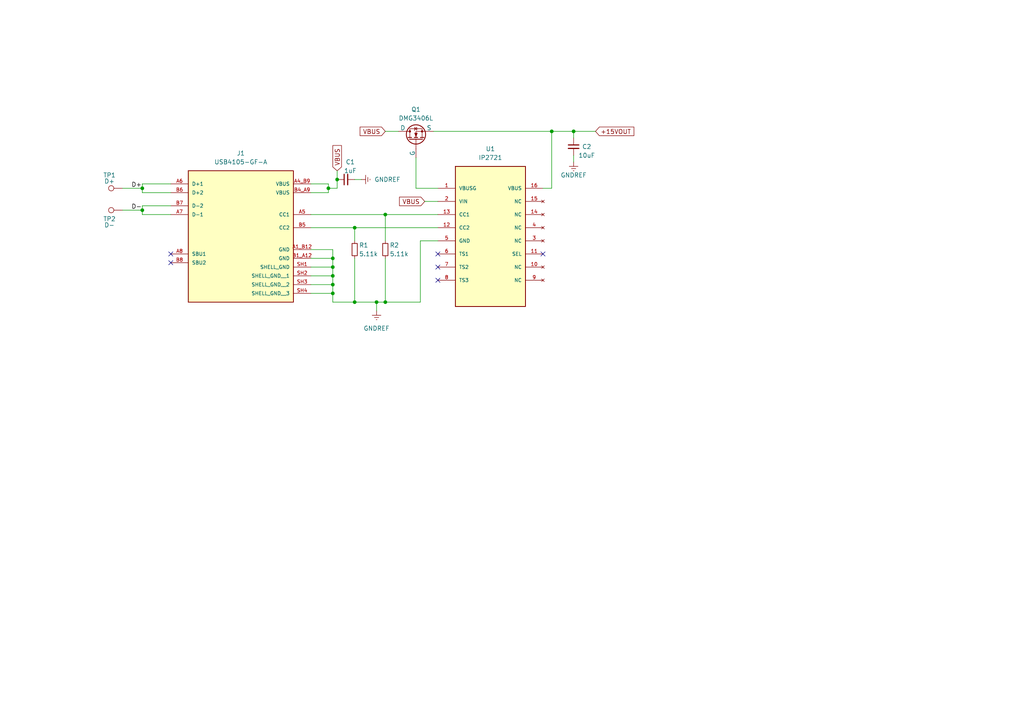
<source format=kicad_sch>
(kicad_sch (version 20230121) (generator eeschema)

  (uuid 7657178b-3904-4d22-8beb-b6f6ab5b9194)

  (paper "A4")

  (lib_symbols
    (symbol "74LVC163PW_TSSOP16:74LVC163PW_TSSOP16" (pin_names (offset 1.016)) (in_bom yes) (on_board yes)
      (property "Reference" "U1" (at 0 25.4 0)
        (effects (font (size 1.27 1.27)))
      )
      (property "Value" "IP2721" (at 0 22.86 0)
        (effects (font (size 1.27 1.27)))
      )
      (property "Footprint" "74LVC163PW_TSSOP16:SOP65P640X110-16N" (at 0 0 0)
        (effects (font (size 1.27 1.27)) (justify bottom) hide)
      )
      (property "Datasheet" "" (at 0 0 0)
        (effects (font (size 1.27 1.27)) hide)
      )
      (property "MF" "NXP Semiconductors" (at 0 0 0)
        (effects (font (size 1.27 1.27)) (justify bottom) hide)
      )
      (property "MAXIMUM_PACKAGE_HEIGHT" "1.1mm" (at 0 0 0)
        (effects (font (size 1.27 1.27)) (justify bottom) hide)
      )
      (property "Package" "TSSOP-16 NXP Semiconductors" (at 0 0 0)
        (effects (font (size 1.27 1.27)) (justify bottom) hide)
      )
      (property "Price" "None" (at 0 0 0)
        (effects (font (size 1.27 1.27)) (justify bottom) hide)
      )
      (property "Check_prices" "https://www.snapeda.com/parts/74LVC163PW/TSSOP16/NXP+Semiconductors/view-part/?ref=eda" (at 0 0 0)
        (effects (font (size 1.27 1.27)) (justify bottom) hide)
      )
      (property "STANDARD" "IPC 7351B" (at 0 0 0)
        (effects (font (size 1.27 1.27)) (justify bottom) hide)
      )
      (property "PARTREV" "6 - 20 November 2012" (at 0 0 0)
        (effects (font (size 1.27 1.27)) (justify bottom) hide)
      )
      (property "SnapEDA_Link" "https://www.snapeda.com/parts/74LVC163PW/TSSOP16/NXP+Semiconductors/view-part/?ref=snap" (at 0 0 0)
        (effects (font (size 1.27 1.27)) (justify bottom) hide)
      )
      (property "MP" "74LVC163PW/TSSOP16" (at 0 0 0)
        (effects (font (size 1.27 1.27)) (justify bottom) hide)
      )
      (property "Description" "\nIc, Logic, 4 Bit Binary Counter, Tssop16\n" (at 0 0 0)
        (effects (font (size 1.27 1.27)) (justify bottom) hide)
      )
      (property "Availability" "Not in stock" (at 0 0 0)
        (effects (font (size 1.27 1.27)) (justify bottom) hide)
      )
      (property "MANUFACTURER" "NXP" (at 0 0 0)
        (effects (font (size 1.27 1.27)) (justify bottom) hide)
      )
      (symbol "74LVC163PW_TSSOP16_0_0"
        (rectangle (start -10.16 -20.32) (end 10.16 20.32)
          (stroke (width 0.254) (type default))
          (fill (type background))
        )
      )
      (symbol "74LVC163PW_TSSOP16_1_0"
        (pin output line (at -15.24 13.97 0) (length 5.08)
          (name "VBUSG" (effects (font (size 1.016 1.016))))
          (number "1" (effects (font (size 1.016 1.016))))
        )
        (pin no_connect line (at 15.24 -8.89 180) (length 5.08)
          (name "NC" (effects (font (size 1.016 1.016))))
          (number "10" (effects (font (size 1.016 1.016))))
        )
        (pin input line (at 15.24 -5.08 180) (length 5.08)
          (name "SEL" (effects (font (size 1.016 1.016))))
          (number "11" (effects (font (size 1.016 1.016))))
        )
        (pin output line (at -15.24 2.54 0) (length 5.08)
          (name "CC2" (effects (font (size 1.016 1.016))))
          (number "12" (effects (font (size 1.016 1.016))))
        )
        (pin output line (at -15.24 6.35 0) (length 5.08)
          (name "CC1" (effects (font (size 1.016 1.016))))
          (number "13" (effects (font (size 1.016 1.016))))
        )
        (pin no_connect line (at 15.24 6.35 180) (length 5.08)
          (name "NC" (effects (font (size 1.016 1.016))))
          (number "14" (effects (font (size 1.016 1.016))))
        )
        (pin no_connect line (at 15.24 10.16 180) (length 5.08)
          (name "NC" (effects (font (size 1.016 1.016))))
          (number "15" (effects (font (size 1.016 1.016))))
        )
        (pin power_out line (at 15.24 13.97 180) (length 5.08)
          (name "VBUS" (effects (font (size 1.016 1.016))))
          (number "16" (effects (font (size 1.016 1.016))))
        )
        (pin power_in line (at -15.24 10.16 0) (length 5.08)
          (name "VIN" (effects (font (size 1.016 1.016))))
          (number "2" (effects (font (size 1.016 1.016))))
        )
        (pin no_connect line (at 15.24 -1.27 180) (length 5.08)
          (name "NC" (effects (font (size 1.016 1.016))))
          (number "3" (effects (font (size 1.016 1.016))))
        )
        (pin no_connect line (at 15.24 2.54 180) (length 5.08)
          (name "NC" (effects (font (size 1.016 1.016))))
          (number "4" (effects (font (size 1.016 1.016))))
        )
        (pin power_in line (at -15.24 -1.27 0) (length 5.08)
          (name "GND" (effects (font (size 1.016 1.016))))
          (number "5" (effects (font (size 1.016 1.016))))
        )
        (pin input line (at -15.24 -5.08 0) (length 5.08)
          (name "TS1" (effects (font (size 1.016 1.016))))
          (number "6" (effects (font (size 1.016 1.016))))
        )
        (pin input line (at -15.24 -8.89 0) (length 5.08)
          (name "TS2" (effects (font (size 1.016 1.016))))
          (number "7" (effects (font (size 1.016 1.016))))
        )
        (pin input line (at -15.24 -12.7 0) (length 5.08)
          (name "TS3" (effects (font (size 1.016 1.016))))
          (number "8" (effects (font (size 1.016 1.016))))
        )
        (pin no_connect line (at 15.24 -12.7 180) (length 5.08)
          (name "NC" (effects (font (size 1.016 1.016))))
          (number "9" (effects (font (size 1.016 1.016))))
        )
      )
    )
    (symbol "Connector:TestPoint" (pin_numbers hide) (pin_names (offset 0.762) hide) (in_bom yes) (on_board yes)
      (property "Reference" "TP" (at 0 6.858 0)
        (effects (font (size 1.27 1.27)))
      )
      (property "Value" "TestPoint" (at 0 5.08 0)
        (effects (font (size 1.27 1.27)))
      )
      (property "Footprint" "" (at 5.08 0 0)
        (effects (font (size 1.27 1.27)) hide)
      )
      (property "Datasheet" "~" (at 5.08 0 0)
        (effects (font (size 1.27 1.27)) hide)
      )
      (property "ki_keywords" "test point tp" (at 0 0 0)
        (effects (font (size 1.27 1.27)) hide)
      )
      (property "ki_description" "test point" (at 0 0 0)
        (effects (font (size 1.27 1.27)) hide)
      )
      (property "ki_fp_filters" "Pin* Test*" (at 0 0 0)
        (effects (font (size 1.27 1.27)) hide)
      )
      (symbol "TestPoint_0_1"
        (circle (center 0 3.302) (radius 0.762)
          (stroke (width 0) (type default))
          (fill (type none))
        )
      )
      (symbol "TestPoint_1_1"
        (pin passive line (at 0 0 90) (length 2.54)
          (name "1" (effects (font (size 1.27 1.27))))
          (number "1" (effects (font (size 1.27 1.27))))
        )
      )
    )
    (symbol "Device:C_Small" (pin_numbers hide) (pin_names (offset 0.254) hide) (in_bom yes) (on_board yes)
      (property "Reference" "C" (at 0.254 1.778 0)
        (effects (font (size 1.27 1.27)) (justify left))
      )
      (property "Value" "C_Small" (at 0.254 -2.032 0)
        (effects (font (size 1.27 1.27)) (justify left))
      )
      (property "Footprint" "" (at 0 0 0)
        (effects (font (size 1.27 1.27)) hide)
      )
      (property "Datasheet" "~" (at 0 0 0)
        (effects (font (size 1.27 1.27)) hide)
      )
      (property "ki_keywords" "capacitor cap" (at 0 0 0)
        (effects (font (size 1.27 1.27)) hide)
      )
      (property "ki_description" "Unpolarized capacitor, small symbol" (at 0 0 0)
        (effects (font (size 1.27 1.27)) hide)
      )
      (property "ki_fp_filters" "C_*" (at 0 0 0)
        (effects (font (size 1.27 1.27)) hide)
      )
      (symbol "C_Small_0_1"
        (polyline
          (pts
            (xy -1.524 -0.508)
            (xy 1.524 -0.508)
          )
          (stroke (width 0.3302) (type default))
          (fill (type none))
        )
        (polyline
          (pts
            (xy -1.524 0.508)
            (xy 1.524 0.508)
          )
          (stroke (width 0.3048) (type default))
          (fill (type none))
        )
      )
      (symbol "C_Small_1_1"
        (pin passive line (at 0 2.54 270) (length 2.032)
          (name "~" (effects (font (size 1.27 1.27))))
          (number "1" (effects (font (size 1.27 1.27))))
        )
        (pin passive line (at 0 -2.54 90) (length 2.032)
          (name "~" (effects (font (size 1.27 1.27))))
          (number "2" (effects (font (size 1.27 1.27))))
        )
      )
    )
    (symbol "Device:R_Small" (pin_numbers hide) (pin_names (offset 0.254) hide) (in_bom yes) (on_board yes)
      (property "Reference" "R" (at 0.762 0.508 0)
        (effects (font (size 1.27 1.27)) (justify left))
      )
      (property "Value" "R_Small" (at 0.762 -1.016 0)
        (effects (font (size 1.27 1.27)) (justify left))
      )
      (property "Footprint" "" (at 0 0 0)
        (effects (font (size 1.27 1.27)) hide)
      )
      (property "Datasheet" "~" (at 0 0 0)
        (effects (font (size 1.27 1.27)) hide)
      )
      (property "ki_keywords" "R resistor" (at 0 0 0)
        (effects (font (size 1.27 1.27)) hide)
      )
      (property "ki_description" "Resistor, small symbol" (at 0 0 0)
        (effects (font (size 1.27 1.27)) hide)
      )
      (property "ki_fp_filters" "R_*" (at 0 0 0)
        (effects (font (size 1.27 1.27)) hide)
      )
      (symbol "R_Small_0_1"
        (rectangle (start -0.762 1.778) (end 0.762 -1.778)
          (stroke (width 0.2032) (type default))
          (fill (type none))
        )
      )
      (symbol "R_Small_1_1"
        (pin passive line (at 0 2.54 270) (length 0.762)
          (name "~" (effects (font (size 1.27 1.27))))
          (number "1" (effects (font (size 1.27 1.27))))
        )
        (pin passive line (at 0 -2.54 90) (length 0.762)
          (name "~" (effects (font (size 1.27 1.27))))
          (number "2" (effects (font (size 1.27 1.27))))
        )
      )
    )
    (symbol "Simulation_SPICE:NMOS" (pin_numbers hide) (pin_names (offset 0)) (in_bom yes) (on_board yes)
      (property "Reference" "Q" (at 5.08 1.27 0)
        (effects (font (size 1.27 1.27)) (justify left))
      )
      (property "Value" "NMOS" (at 5.08 -1.27 0)
        (effects (font (size 1.27 1.27)) (justify left))
      )
      (property "Footprint" "" (at 5.08 2.54 0)
        (effects (font (size 1.27 1.27)) hide)
      )
      (property "Datasheet" "https://ngspice.sourceforge.io/docs/ngspice-manual.pdf" (at 0 -12.7 0)
        (effects (font (size 1.27 1.27)) hide)
      )
      (property "Sim.Device" "NMOS" (at 0 -17.145 0)
        (effects (font (size 1.27 1.27)) hide)
      )
      (property "Sim.Type" "VDMOS" (at 0 -19.05 0)
        (effects (font (size 1.27 1.27)) hide)
      )
      (property "Sim.Pins" "1=D 2=G 3=S" (at 0 -15.24 0)
        (effects (font (size 1.27 1.27)) hide)
      )
      (property "ki_keywords" "transistor NMOS N-MOS N-MOSFET simulation" (at 0 0 0)
        (effects (font (size 1.27 1.27)) hide)
      )
      (property "ki_description" "N-MOSFET transistor, drain/source/gate" (at 0 0 0)
        (effects (font (size 1.27 1.27)) hide)
      )
      (symbol "NMOS_0_1"
        (polyline
          (pts
            (xy 0.254 0)
            (xy -2.54 0)
          )
          (stroke (width 0) (type default))
          (fill (type none))
        )
        (polyline
          (pts
            (xy 0.254 1.905)
            (xy 0.254 -1.905)
          )
          (stroke (width 0.254) (type default))
          (fill (type none))
        )
        (polyline
          (pts
            (xy 0.762 -1.27)
            (xy 0.762 -2.286)
          )
          (stroke (width 0.254) (type default))
          (fill (type none))
        )
        (polyline
          (pts
            (xy 0.762 0.508)
            (xy 0.762 -0.508)
          )
          (stroke (width 0.254) (type default))
          (fill (type none))
        )
        (polyline
          (pts
            (xy 0.762 2.286)
            (xy 0.762 1.27)
          )
          (stroke (width 0.254) (type default))
          (fill (type none))
        )
        (polyline
          (pts
            (xy 2.54 2.54)
            (xy 2.54 1.778)
          )
          (stroke (width 0) (type default))
          (fill (type none))
        )
        (polyline
          (pts
            (xy 2.54 -2.54)
            (xy 2.54 0)
            (xy 0.762 0)
          )
          (stroke (width 0) (type default))
          (fill (type none))
        )
        (polyline
          (pts
            (xy 0.762 -1.778)
            (xy 3.302 -1.778)
            (xy 3.302 1.778)
            (xy 0.762 1.778)
          )
          (stroke (width 0) (type default))
          (fill (type none))
        )
        (polyline
          (pts
            (xy 1.016 0)
            (xy 2.032 0.381)
            (xy 2.032 -0.381)
            (xy 1.016 0)
          )
          (stroke (width 0) (type default))
          (fill (type outline))
        )
        (polyline
          (pts
            (xy 2.794 0.508)
            (xy 2.921 0.381)
            (xy 3.683 0.381)
            (xy 3.81 0.254)
          )
          (stroke (width 0) (type default))
          (fill (type none))
        )
        (polyline
          (pts
            (xy 3.302 0.381)
            (xy 2.921 -0.254)
            (xy 3.683 -0.254)
            (xy 3.302 0.381)
          )
          (stroke (width 0) (type default))
          (fill (type none))
        )
        (circle (center 1.651 0) (radius 2.794)
          (stroke (width 0.254) (type default))
          (fill (type none))
        )
        (circle (center 2.54 -1.778) (radius 0.254)
          (stroke (width 0) (type default))
          (fill (type outline))
        )
        (circle (center 2.54 1.778) (radius 0.254)
          (stroke (width 0) (type default))
          (fill (type outline))
        )
      )
      (symbol "NMOS_1_1"
        (pin passive line (at 2.54 5.08 270) (length 2.54)
          (name "D" (effects (font (size 1.27 1.27))))
          (number "1" (effects (font (size 1.27 1.27))))
        )
        (pin input line (at -5.08 0 0) (length 2.54)
          (name "G" (effects (font (size 1.27 1.27))))
          (number "2" (effects (font (size 1.27 1.27))))
        )
        (pin passive line (at 2.54 -5.08 90) (length 2.54)
          (name "S" (effects (font (size 1.27 1.27))))
          (number "3" (effects (font (size 1.27 1.27))))
        )
      )
    )
    (symbol "USB4105-GF-A:USB4105-GF-A" (pin_names (offset 1.016)) (in_bom yes) (on_board yes)
      (property "Reference" "J1" (at 0 17.78 0)
        (effects (font (size 1.27 1.27)))
      )
      (property "Value" "USB4105-GF-A" (at 0 15.24 0)
        (effects (font (size 1.27 1.27)))
      )
      (property "Footprint" "USB4105-GF-A:GCT_USB4105-GF-A" (at 0 0 0)
        (effects (font (size 1.27 1.27)) (justify bottom) hide)
      )
      (property "Datasheet" "" (at 0 0 0)
        (effects (font (size 1.27 1.27)) hide)
      )
      (property "PARTREV" "B3" (at 0 0 0)
        (effects (font (size 1.27 1.27)) (justify bottom) hide)
      )
      (property "MANUFACTURER" "Global Connector Technology" (at 0 0 0)
        (effects (font (size 1.27 1.27)) (justify bottom) hide)
      )
      (property "MAXIMUM_PACKAGE_HEIGHT" "3.31mm" (at 0 0 0)
        (effects (font (size 1.27 1.27)) (justify bottom) hide)
      )
      (property "STANDARD" "Manufacturer Recommendations" (at 0 0 0)
        (effects (font (size 1.27 1.27)) (justify bottom) hide)
      )
      (symbol "USB4105-GF-A_0_0"
        (rectangle (start -15.24 -25.4) (end 15.24 12.7)
          (stroke (width 0.254) (type default))
          (fill (type background))
        )
        (pin power_in line (at 20.32 -10.16 180) (length 5.08)
          (name "GND" (effects (font (size 1.016 1.016))))
          (number "A1_B12" (effects (font (size 1.016 1.016))))
        )
        (pin power_in line (at 20.32 8.89 180) (length 5.08)
          (name "VBUS" (effects (font (size 1.016 1.016))))
          (number "A4_B9" (effects (font (size 1.016 1.016))))
        )
        (pin bidirectional line (at 20.32 0 180) (length 5.08)
          (name "CC1" (effects (font (size 1.016 1.016))))
          (number "A5" (effects (font (size 1.016 1.016))))
        )
        (pin bidirectional line (at -20.32 -11.43 0) (length 5.08)
          (name "SBU1" (effects (font (size 1.016 1.016))))
          (number "A8" (effects (font (size 1.016 1.016))))
        )
        (pin bidirectional line (at 20.32 -3.81 180) (length 5.08)
          (name "CC2" (effects (font (size 1.016 1.016))))
          (number "B5" (effects (font (size 1.016 1.016))))
        )
        (pin bidirectional line (at -20.32 -13.97 0) (length 5.08)
          (name "SBU2" (effects (font (size 1.016 1.016))))
          (number "B8" (effects (font (size 1.016 1.016))))
        )
        (pin power_in line (at 20.32 -15.24 180) (length 5.08)
          (name "SHELL_GND" (effects (font (size 1.016 1.016))))
          (number "SH1" (effects (font (size 1.016 1.016))))
        )
        (pin power_in line (at 20.32 -17.78 180) (length 5.08)
          (name "SHELL_GND__1" (effects (font (size 1.016 1.016))))
          (number "SH2" (effects (font (size 1.016 1.016))))
        )
        (pin power_in line (at 20.32 -20.32 180) (length 5.08)
          (name "SHELL_GND__2" (effects (font (size 1.016 1.016))))
          (number "SH3" (effects (font (size 1.016 1.016))))
        )
        (pin power_in line (at 20.32 -22.86 180) (length 5.08)
          (name "SHELL_GND__3" (effects (font (size 1.016 1.016))))
          (number "SH4" (effects (font (size 1.016 1.016))))
        )
      )
      (symbol "USB4105-GF-A_1_0"
        (pin bidirectional line (at -20.32 8.89 0) (length 5.08)
          (name "D+1" (effects (font (size 1.016 1.016))))
          (number "A6" (effects (font (size 1.016 1.016))))
        )
        (pin bidirectional line (at -20.32 0 0) (length 5.08)
          (name "D-1" (effects (font (size 1.016 1.016))))
          (number "A7" (effects (font (size 1.016 1.016))))
        )
        (pin power_in line (at 20.32 -12.7 180) (length 5.08)
          (name "GND" (effects (font (size 1.016 1.016))))
          (number "B1_A12" (effects (font (size 1.016 1.016))))
        )
        (pin power_in line (at 20.32 6.35 180) (length 5.08)
          (name "VBUS" (effects (font (size 1.016 1.016))))
          (number "B4_A9" (effects (font (size 1.016 1.016))))
        )
        (pin bidirectional line (at -20.32 6.35 0) (length 5.08)
          (name "D+2" (effects (font (size 1.016 1.016))))
          (number "B6" (effects (font (size 1.016 1.016))))
        )
        (pin bidirectional line (at -20.32 2.54 0) (length 5.08)
          (name "D-2" (effects (font (size 1.016 1.016))))
          (number "B7" (effects (font (size 1.016 1.016))))
        )
      )
    )
    (symbol "power:GNDREF" (power) (pin_names (offset 0)) (in_bom yes) (on_board yes)
      (property "Reference" "#PWR" (at 0 -6.35 0)
        (effects (font (size 1.27 1.27)) hide)
      )
      (property "Value" "GNDREF" (at 0 -3.81 0)
        (effects (font (size 1.27 1.27)))
      )
      (property "Footprint" "" (at 0 0 0)
        (effects (font (size 1.27 1.27)) hide)
      )
      (property "Datasheet" "" (at 0 0 0)
        (effects (font (size 1.27 1.27)) hide)
      )
      (property "ki_keywords" "global power" (at 0 0 0)
        (effects (font (size 1.27 1.27)) hide)
      )
      (property "ki_description" "Power symbol creates a global label with name \"GNDREF\" , reference supply ground" (at 0 0 0)
        (effects (font (size 1.27 1.27)) hide)
      )
      (symbol "GNDREF_0_1"
        (polyline
          (pts
            (xy -0.635 -1.905)
            (xy 0.635 -1.905)
          )
          (stroke (width 0) (type default))
          (fill (type none))
        )
        (polyline
          (pts
            (xy -0.127 -2.54)
            (xy 0.127 -2.54)
          )
          (stroke (width 0) (type default))
          (fill (type none))
        )
        (polyline
          (pts
            (xy 0 -1.27)
            (xy 0 0)
          )
          (stroke (width 0) (type default))
          (fill (type none))
        )
        (polyline
          (pts
            (xy 1.27 -1.27)
            (xy -1.27 -1.27)
          )
          (stroke (width 0) (type default))
          (fill (type none))
        )
      )
      (symbol "GNDREF_1_1"
        (pin power_in line (at 0 0 270) (length 0) hide
          (name "GNDREF" (effects (font (size 1.27 1.27))))
          (number "1" (effects (font (size 1.27 1.27))))
        )
      )
    )
  )

  (junction (at 41.275 60.96) (diameter 0) (color 0 0 0 0)
    (uuid 0bda2034-656d-4435-84d3-4f6901eb2416)
  )
  (junction (at 102.87 87.63) (diameter 0) (color 0 0 0 0)
    (uuid 37215e61-c412-435c-9db4-124c06d82701)
  )
  (junction (at 96.52 85.09) (diameter 0) (color 0 0 0 0)
    (uuid 589b4707-70ea-4e75-9e83-3f642ba63b38)
  )
  (junction (at 166.37 38.1) (diameter 0) (color 0 0 0 0)
    (uuid 75bcc174-0c08-4463-a17a-9e56ff3fa9ee)
  )
  (junction (at 111.76 87.63) (diameter 0) (color 0 0 0 0)
    (uuid 7bf99b46-d8af-4219-8157-09a729f28049)
  )
  (junction (at 96.52 77.47) (diameter 0) (color 0 0 0 0)
    (uuid 83661a00-019c-443a-b5e7-1e69de93445a)
  )
  (junction (at 41.275 54.61) (diameter 0) (color 0 0 0 0)
    (uuid 8efa84b0-9ae7-42a4-8fee-2bc28a99bf4c)
  )
  (junction (at 95.25 54.61) (diameter 0) (color 0 0 0 0)
    (uuid 8fa34b11-50e6-487d-93cc-f14ad3103739)
  )
  (junction (at 102.87 66.04) (diameter 0) (color 0 0 0 0)
    (uuid 9c2cc163-6dc8-4dd1-90e7-857b0517ed17)
  )
  (junction (at 96.52 80.01) (diameter 0) (color 0 0 0 0)
    (uuid a5c70a8b-ad35-4a72-8e59-555d6598530d)
  )
  (junction (at 97.79 52.07) (diameter 0) (color 0 0 0 0)
    (uuid c9933d7d-2b29-49ff-b1e4-fcc1667d256a)
  )
  (junction (at 96.52 82.55) (diameter 0) (color 0 0 0 0)
    (uuid ceb7f309-3b4b-4410-8f42-a6188e0b5ef8)
  )
  (junction (at 109.22 87.63) (diameter 0) (color 0 0 0 0)
    (uuid d621a12f-fd3b-4970-ad5b-99f00c9656ef)
  )
  (junction (at 111.76 62.23) (diameter 0) (color 0 0 0 0)
    (uuid dba10243-5e78-4dd4-b694-5f98b8b4acbf)
  )
  (junction (at 160.02 38.1) (diameter 0) (color 0 0 0 0)
    (uuid dcf75317-8b7b-477d-875d-0672a49d5812)
  )
  (junction (at 96.52 74.93) (diameter 0) (color 0 0 0 0)
    (uuid e5d3fb05-d1e2-422b-bcf2-5d345e3380f2)
  )

  (no_connect (at 127 77.47) (uuid 14c93844-938b-4b3d-855c-91b64f84e4c6))
  (no_connect (at 49.53 73.66) (uuid 32005947-a9ef-46bc-954d-c1a31abed618))
  (no_connect (at 49.53 76.2) (uuid 5530a5b6-5c20-4598-8429-4425fe963098))
  (no_connect (at 157.48 73.66) (uuid 752be987-d71c-4f8a-83c7-23cb3c8eaf29))
  (no_connect (at 127 73.66) (uuid 7834dbfd-3496-4826-8f8b-cc648c4a2215))
  (no_connect (at 127 81.28) (uuid f91a8d02-6008-45a3-b267-6be6e3451ad3))

  (wire (pts (xy 90.17 66.04) (xy 102.87 66.04))
    (stroke (width 0) (type default))
    (uuid 0cd53ca6-79da-4f52-92d5-2a4ba906e986)
  )
  (wire (pts (xy 96.52 82.55) (xy 96.52 85.09))
    (stroke (width 0) (type default))
    (uuid 0f337e4d-405a-4075-9558-9398ad63a29d)
  )
  (wire (pts (xy 160.02 38.1) (xy 166.37 38.1))
    (stroke (width 0) (type default))
    (uuid 133ae032-02b9-4b52-8590-d42efecc9de8)
  )
  (wire (pts (xy 123.19 58.42) (xy 127 58.42))
    (stroke (width 0) (type default))
    (uuid 1fdca84d-e9f7-441d-943e-fc77e2a4b54b)
  )
  (wire (pts (xy 166.37 38.1) (xy 166.37 40.005))
    (stroke (width 0) (type default))
    (uuid 251cc10a-695d-4a73-b11c-efa21c466981)
  )
  (wire (pts (xy 111.76 38.1) (xy 115.57 38.1))
    (stroke (width 0) (type default))
    (uuid 295e09c2-be5d-43ca-adbb-3870be18bea9)
  )
  (wire (pts (xy 90.17 72.39) (xy 96.52 72.39))
    (stroke (width 0) (type default))
    (uuid 34a6c14c-c0b9-4ce6-8eaa-d4d1695e0ba5)
  )
  (wire (pts (xy 41.275 54.61) (xy 41.275 53.34))
    (stroke (width 0) (type default))
    (uuid 3e5a04ae-85d4-442d-8861-f7ec86d64646)
  )
  (wire (pts (xy 125.73 38.1) (xy 160.02 38.1))
    (stroke (width 0) (type default))
    (uuid 417ee3a3-f0e0-4d30-91ab-af5c1825e976)
  )
  (wire (pts (xy 121.92 69.85) (xy 121.92 87.63))
    (stroke (width 0) (type default))
    (uuid 4a2ea173-079b-43b1-b388-e0ad5949575b)
  )
  (wire (pts (xy 90.17 55.88) (xy 95.25 55.88))
    (stroke (width 0) (type default))
    (uuid 4fe12ce9-f355-4ead-b2c6-9b9b65b0a165)
  )
  (wire (pts (xy 120.65 45.72) (xy 120.65 54.61))
    (stroke (width 0) (type default))
    (uuid 510113d8-a468-4331-ba42-e61f5f6fa738)
  )
  (wire (pts (xy 95.25 53.34) (xy 95.25 54.61))
    (stroke (width 0) (type default))
    (uuid 51e619be-84ef-44fe-a138-39a4126706f5)
  )
  (wire (pts (xy 102.87 87.63) (xy 109.22 87.63))
    (stroke (width 0) (type default))
    (uuid 5e78394b-5401-4523-9216-fbcca5643038)
  )
  (wire (pts (xy 160.02 54.61) (xy 160.02 38.1))
    (stroke (width 0) (type default))
    (uuid 60e403ec-88e9-4f5d-8809-de71f665b715)
  )
  (wire (pts (xy 90.17 82.55) (xy 96.52 82.55))
    (stroke (width 0) (type default))
    (uuid 64a96330-e262-4bf9-aa58-5ea53234d058)
  )
  (wire (pts (xy 90.17 77.47) (xy 96.52 77.47))
    (stroke (width 0) (type default))
    (uuid 65413f83-7760-4f79-9c7b-3a209832a477)
  )
  (wire (pts (xy 41.275 55.88) (xy 41.275 54.61))
    (stroke (width 0) (type default))
    (uuid 6673208c-c374-47d0-8b05-fbfca4987451)
  )
  (wire (pts (xy 127 69.85) (xy 121.92 69.85))
    (stroke (width 0) (type default))
    (uuid 68f03dd9-5704-43aa-a698-e12ede28e0ab)
  )
  (wire (pts (xy 95.25 54.61) (xy 95.25 55.88))
    (stroke (width 0) (type default))
    (uuid 69cfa275-fa12-4e55-a318-568de0316f17)
  )
  (wire (pts (xy 127 54.61) (xy 120.65 54.61))
    (stroke (width 0) (type default))
    (uuid 6c8fa2f4-6a6b-45fb-80ba-61b3443faf47)
  )
  (wire (pts (xy 157.48 54.61) (xy 160.02 54.61))
    (stroke (width 0) (type default))
    (uuid 73dd2dff-0691-4a7e-9617-f20b394a146f)
  )
  (wire (pts (xy 111.76 87.63) (xy 121.92 87.63))
    (stroke (width 0) (type default))
    (uuid 77ca5f74-193f-4142-9895-063c3db14431)
  )
  (wire (pts (xy 111.76 62.23) (xy 111.76 69.85))
    (stroke (width 0) (type default))
    (uuid 7f2baf87-8361-4ea5-8576-903ff0a4c0d2)
  )
  (wire (pts (xy 96.52 72.39) (xy 96.52 74.93))
    (stroke (width 0) (type default))
    (uuid 81f38f89-6df4-42dd-8a18-a3644133ddd6)
  )
  (wire (pts (xy 96.52 85.09) (xy 96.52 87.63))
    (stroke (width 0) (type default))
    (uuid 94cb5884-dc18-4e95-acf9-26ee59cc8f96)
  )
  (wire (pts (xy 95.25 54.61) (xy 97.79 54.61))
    (stroke (width 0) (type default))
    (uuid 974cf2d0-7f62-4c53-bc64-8bb1426ac147)
  )
  (wire (pts (xy 97.79 52.07) (xy 97.79 54.61))
    (stroke (width 0) (type default))
    (uuid 984aaeff-007d-4ec2-ad61-5888b546fd2b)
  )
  (wire (pts (xy 90.17 85.09) (xy 96.52 85.09))
    (stroke (width 0) (type default))
    (uuid 9935dc25-4c09-431b-b495-7475197b6c27)
  )
  (wire (pts (xy 166.37 45.085) (xy 166.37 46.99))
    (stroke (width 0) (type default))
    (uuid 9c0d0230-7850-4948-bc44-db5cc3c12438)
  )
  (wire (pts (xy 41.275 62.23) (xy 49.53 62.23))
    (stroke (width 0) (type default))
    (uuid a415d0d0-46ca-4fc1-ba4f-b9bfd154788c)
  )
  (wire (pts (xy 102.87 74.93) (xy 102.87 87.63))
    (stroke (width 0) (type default))
    (uuid a5cdc5cd-c305-4555-afdd-6da288d97490)
  )
  (wire (pts (xy 90.17 62.23) (xy 111.76 62.23))
    (stroke (width 0) (type default))
    (uuid a63c9bc4-9d7e-4c7f-96ec-2fb8070a2796)
  )
  (wire (pts (xy 102.87 66.04) (xy 127 66.04))
    (stroke (width 0) (type default))
    (uuid aa0f336f-1518-4486-9a15-864ea6dd6d53)
  )
  (wire (pts (xy 41.275 59.69) (xy 49.53 59.69))
    (stroke (width 0) (type default))
    (uuid b07f7a37-4181-4ea6-b7e2-a780e0f7095e)
  )
  (wire (pts (xy 96.52 87.63) (xy 102.87 87.63))
    (stroke (width 0) (type default))
    (uuid c15230c9-bbb5-40f9-8bf1-5857db9147a3)
  )
  (wire (pts (xy 109.22 87.63) (xy 111.76 87.63))
    (stroke (width 0) (type default))
    (uuid c29676e5-7165-4342-84a7-0a8b5f056bdc)
  )
  (wire (pts (xy 90.17 53.34) (xy 95.25 53.34))
    (stroke (width 0) (type default))
    (uuid c4d68e2c-dfa4-4c22-8872-1e3a17e4a9db)
  )
  (wire (pts (xy 111.76 74.93) (xy 111.76 87.63))
    (stroke (width 0) (type default))
    (uuid ca50693b-e5d4-4ca6-b680-e76045df2960)
  )
  (wire (pts (xy 97.79 49.53) (xy 97.79 52.07))
    (stroke (width 0) (type default))
    (uuid ca72d4c2-e8e8-4e79-bb80-fc6e0682cfdd)
  )
  (wire (pts (xy 102.87 66.04) (xy 102.87 69.85))
    (stroke (width 0) (type default))
    (uuid ccf75169-c002-4eb4-b6b1-ba7febcded03)
  )
  (wire (pts (xy 90.17 80.01) (xy 96.52 80.01))
    (stroke (width 0) (type default))
    (uuid cf0e2bc5-1e7b-4cef-ac64-2eb4a58845b6)
  )
  (wire (pts (xy 35.56 60.96) (xy 41.275 60.96))
    (stroke (width 0) (type default))
    (uuid d3bb318e-1d97-486c-9002-0fa18c45970e)
  )
  (wire (pts (xy 35.56 54.61) (xy 41.275 54.61))
    (stroke (width 0) (type default))
    (uuid d6485b24-8e07-4ef3-a0d5-3d971711ea79)
  )
  (wire (pts (xy 96.52 80.01) (xy 96.52 82.55))
    (stroke (width 0) (type default))
    (uuid d6a4d6f1-e649-4b8d-8d14-21a87dc7c442)
  )
  (wire (pts (xy 166.37 38.1) (xy 172.72 38.1))
    (stroke (width 0) (type default))
    (uuid d8a573aa-513f-40e3-9830-6b57c5c7d9b1)
  )
  (wire (pts (xy 102.87 52.07) (xy 104.775 52.07))
    (stroke (width 0) (type default))
    (uuid d9063b01-ff31-4eaf-889c-ec786e0d4c9c)
  )
  (wire (pts (xy 41.275 60.96) (xy 41.275 59.69))
    (stroke (width 0) (type default))
    (uuid dbc31a50-10e6-4749-a9aa-efeeff080e43)
  )
  (wire (pts (xy 96.52 74.93) (xy 96.52 77.47))
    (stroke (width 0) (type default))
    (uuid ddb0f5da-f89f-4a95-b7f3-62dbe1a675ff)
  )
  (wire (pts (xy 41.275 62.23) (xy 41.275 60.96))
    (stroke (width 0) (type default))
    (uuid e38d252d-a805-4b05-b75c-4fa84a2873e3)
  )
  (wire (pts (xy 111.76 62.23) (xy 127 62.23))
    (stroke (width 0) (type default))
    (uuid e3a99d0b-fca7-46a4-9043-c171830f1b3c)
  )
  (wire (pts (xy 41.275 53.34) (xy 49.53 53.34))
    (stroke (width 0) (type default))
    (uuid ede34cd3-69e6-4f13-aa88-c42f6ab3fd6f)
  )
  (wire (pts (xy 49.53 55.88) (xy 41.275 55.88))
    (stroke (width 0) (type default))
    (uuid ef1c4b7f-d016-4043-a26f-f7ca0e182917)
  )
  (wire (pts (xy 96.52 77.47) (xy 96.52 80.01))
    (stroke (width 0) (type default))
    (uuid f585fba2-57a3-4e47-a85a-8d8e517f8968)
  )
  (wire (pts (xy 90.17 74.93) (xy 96.52 74.93))
    (stroke (width 0) (type default))
    (uuid f8b041cc-cd2d-44b1-aaed-85e02cfcfe81)
  )
  (wire (pts (xy 109.22 87.63) (xy 109.22 90.17))
    (stroke (width 0) (type default))
    (uuid faa449c2-702d-4053-a768-0c9201dacc65)
  )

  (label "D-" (at 38.1 60.96 0) (fields_autoplaced)
    (effects (font (size 1.27 1.27)) (justify left bottom))
    (uuid 85d3e3a0-7789-4470-801a-2333e962dc1c)
  )
  (label "D+" (at 38.1 54.61 0) (fields_autoplaced)
    (effects (font (size 1.27 1.27)) (justify left bottom))
    (uuid 8fe46878-5ef4-47f3-b636-4b6d06db13c3)
  )

  (global_label "+15VOUT" (shape input) (at 172.72 38.1 0) (fields_autoplaced)
    (effects (font (size 1.27 1.27)) (justify left))
    (uuid ad477fde-9d51-4810-8f89-bfcd49c38354)
    (property "Intersheetrefs" "${INTERSHEET_REFS}" (at 184.4138 38.1 0)
      (effects (font (size 1.27 1.27)) (justify left) hide)
    )
  )
  (global_label "VBUS" (shape input) (at 123.19 58.42 180) (fields_autoplaced)
    (effects (font (size 1.27 1.27)) (justify right))
    (uuid c58af645-24ac-4978-970b-909fc06d6f4d)
    (property "Intersheetrefs" "${INTERSHEET_REFS}" (at 115.3062 58.42 0)
      (effects (font (size 1.27 1.27)) (justify right) hide)
    )
  )
  (global_label "VBUS" (shape input) (at 97.79 49.53 90) (fields_autoplaced)
    (effects (font (size 1.27 1.27)) (justify left))
    (uuid c7692cbd-9735-4cde-abb9-0beaa3944186)
    (property "Intersheetrefs" "${INTERSHEET_REFS}" (at 97.79 41.6462 90)
      (effects (font (size 1.27 1.27)) (justify left) hide)
    )
  )
  (global_label "VBUS" (shape input) (at 111.76 38.1 180) (fields_autoplaced)
    (effects (font (size 1.27 1.27)) (justify right))
    (uuid fcc8e2aa-351a-4f1d-a705-4db74f32b784)
    (property "Intersheetrefs" "${INTERSHEET_REFS}" (at 103.8762 38.1 0)
      (effects (font (size 1.27 1.27)) (justify right) hide)
    )
  )

  (symbol (lib_id "Device:R_Small") (at 102.87 72.39 0) (unit 1)
    (in_bom yes) (on_board yes) (dnp no)
    (uuid 05c80021-4792-458f-bf7f-2251b6a27232)
    (property "Reference" "R1" (at 104.14 71.12 0)
      (effects (font (size 1.27 1.27)) (justify left))
    )
    (property "Value" "5.11k" (at 104.14 73.66 0)
      (effects (font (size 1.27 1.27)) (justify left))
    )
    (property "Footprint" "Resistor_SMD:R_0805_2012Metric" (at 102.87 72.39 0)
      (effects (font (size 1.27 1.27)) hide)
    )
    (property "Datasheet" "~" (at 102.87 72.39 0)
      (effects (font (size 1.27 1.27)) hide)
    )
    (pin "1" (uuid 81d95467-424e-4322-a0e1-96468109e04e))
    (pin "2" (uuid 59371914-9f9e-4c70-8043-b31b7df6806a))
    (instances
      (project "Wii PD Board"
        (path "/7657178b-3904-4d22-8beb-b6f6ab5b9194"
          (reference "R1") (unit 1)
        )
      )
    )
  )

  (symbol (lib_id "Device:C_Small") (at 166.37 42.545 0) (unit 1)
    (in_bom yes) (on_board yes) (dnp no)
    (uuid 210fdfe5-26b6-4090-9491-d5bd21d834a6)
    (property "Reference" "C2" (at 170.18 42.545 0)
      (effects (font (size 1.27 1.27)))
    )
    (property "Value" "10uF" (at 170.18 45.085 0)
      (effects (font (size 1.27 1.27)))
    )
    (property "Footprint" "Capacitor_SMD:C_0805_2012Metric" (at 166.37 42.545 0)
      (effects (font (size 1.27 1.27)) hide)
    )
    (property "Datasheet" "~" (at 166.37 42.545 0)
      (effects (font (size 1.27 1.27)) hide)
    )
    (pin "1" (uuid a236f12f-c54c-4da4-9e8c-fcd81b28c0ab))
    (pin "2" (uuid 164b26bf-e01c-4708-bc24-068c88d53fad))
    (instances
      (project "Wii PD Board"
        (path "/7657178b-3904-4d22-8beb-b6f6ab5b9194"
          (reference "C2") (unit 1)
        )
      )
    )
  )

  (symbol (lib_id "USB4105-GF-A:USB4105-GF-A") (at 69.85 62.23 0) (unit 1)
    (in_bom yes) (on_board yes) (dnp no) (fields_autoplaced)
    (uuid 620acbf7-ea27-40f3-a46f-18e6040c844c)
    (property "Reference" "J1" (at 69.85 44.45 0)
      (effects (font (size 1.27 1.27)))
    )
    (property "Value" "USB4105-GF-A" (at 69.85 46.99 0)
      (effects (font (size 1.27 1.27)))
    )
    (property "Footprint" "USB4105_GF_A:GCT_USB4105-GF-A" (at 69.85 62.23 0)
      (effects (font (size 1.27 1.27)) (justify bottom) hide)
    )
    (property "Datasheet" "" (at 69.85 62.23 0)
      (effects (font (size 1.27 1.27)) hide)
    )
    (property "PARTREV" "B3" (at 69.85 62.23 0)
      (effects (font (size 1.27 1.27)) (justify bottom) hide)
    )
    (property "MANUFACTURER" "Global Connector Technology" (at 69.85 62.23 0)
      (effects (font (size 1.27 1.27)) (justify bottom) hide)
    )
    (property "MAXIMUM_PACKAGE_HEIGHT" "3.31mm" (at 69.85 62.23 0)
      (effects (font (size 1.27 1.27)) (justify bottom) hide)
    )
    (property "STANDARD" "Manufacturer Recommendations" (at 69.85 62.23 0)
      (effects (font (size 1.27 1.27)) (justify bottom) hide)
    )
    (pin "B7" (uuid 9c7dbbe8-984d-469b-86df-41423f10ad19))
    (pin "SH3" (uuid b3b715cd-e25d-48cc-bedd-ff74aca6dd4b))
    (pin "SH1" (uuid 6f5929c5-b2a7-4d5a-9cc5-e63c362b9d5b))
    (pin "B8" (uuid ebb35ae1-79f3-407f-b150-877995e1bec9))
    (pin "SH4" (uuid 6e2aecb1-ca4f-4f45-8b8d-a6b8e0b9aaca))
    (pin "SH2" (uuid ffb0ea7a-e91e-424a-82b8-825a6df265dc))
    (pin "B6" (uuid 03b3cd28-128e-4f99-9175-bfa500f31d3e))
    (pin "A5" (uuid 07da0d20-3078-41c8-99bc-aad7bf806465))
    (pin "A4_B9" (uuid 675bcd16-b295-4ac4-b16a-e7661da98a44))
    (pin "A6" (uuid aff2604a-67cd-4838-843c-e20f8b5d7750))
    (pin "A7" (uuid bfb3cff3-90a3-44f6-8010-5b8c4aad3fcd))
    (pin "A8" (uuid ff283f32-5472-4089-9ba1-f4ef06826315))
    (pin "B1_A12" (uuid 7c58c6a0-612b-46cb-97d7-32453c806762))
    (pin "A1_B12" (uuid 1c5c4f9a-3a9d-416e-97aa-8aa747aa8868))
    (pin "B4_A9" (uuid 55717dfe-1302-4adb-9f49-4b16b27d9f07))
    (pin "B5" (uuid d6f593cc-df32-4872-983e-da308bf89f13))
    (instances
      (project "Wii PD Board"
        (path "/7657178b-3904-4d22-8beb-b6f6ab5b9194"
          (reference "J1") (unit 1)
        )
      )
    )
  )

  (symbol (lib_id "Device:C_Small") (at 100.33 52.07 90) (unit 1)
    (in_bom yes) (on_board yes) (dnp no)
    (uuid 64aa1576-bfda-426e-bb31-a5c72bcb8043)
    (property "Reference" "C1" (at 101.6 46.99 90)
      (effects (font (size 1.27 1.27)))
    )
    (property "Value" "1uF" (at 101.6 49.53 90)
      (effects (font (size 1.27 1.27)))
    )
    (property "Footprint" "Capacitor_SMD:C_0805_2012Metric" (at 100.33 52.07 0)
      (effects (font (size 1.27 1.27)) hide)
    )
    (property "Datasheet" "~" (at 100.33 52.07 0)
      (effects (font (size 1.27 1.27)) hide)
    )
    (pin "1" (uuid 9e10eb3f-ad54-4d54-a3dd-65c4e78f9b19))
    (pin "2" (uuid cb266f2e-e38c-4253-bf83-e75a9ca44064))
    (instances
      (project "Wii PD Board"
        (path "/7657178b-3904-4d22-8beb-b6f6ab5b9194"
          (reference "C1") (unit 1)
        )
      )
    )
  )

  (symbol (lib_id "power:GNDREF") (at 109.22 90.17 0) (unit 1)
    (in_bom yes) (on_board yes) (dnp no) (fields_autoplaced)
    (uuid 77e83d70-abba-4f87-9ad5-56d4dedf3255)
    (property "Reference" "#PWR01" (at 109.22 96.52 0)
      (effects (font (size 1.27 1.27)) hide)
    )
    (property "Value" "GNDREF" (at 109.22 95.25 0)
      (effects (font (size 1.27 1.27)))
    )
    (property "Footprint" "" (at 109.22 90.17 0)
      (effects (font (size 1.27 1.27)) hide)
    )
    (property "Datasheet" "" (at 109.22 90.17 0)
      (effects (font (size 1.27 1.27)) hide)
    )
    (pin "1" (uuid 3ffc7968-d7ad-4f4d-9b8e-c3000946fc8e))
    (instances
      (project "Wii PD Board"
        (path "/7657178b-3904-4d22-8beb-b6f6ab5b9194"
          (reference "#PWR01") (unit 1)
        )
      )
    )
  )

  (symbol (lib_id "power:GNDREF") (at 104.775 52.07 90) (unit 1)
    (in_bom yes) (on_board yes) (dnp no) (fields_autoplaced)
    (uuid 9693dc59-75a2-4803-9ae6-d0533665d7b5)
    (property "Reference" "#PWR02" (at 111.125 52.07 0)
      (effects (font (size 1.27 1.27)) hide)
    )
    (property "Value" "GNDREF" (at 108.585 52.07 90)
      (effects (font (size 1.27 1.27)) (justify right))
    )
    (property "Footprint" "" (at 104.775 52.07 0)
      (effects (font (size 1.27 1.27)) hide)
    )
    (property "Datasheet" "" (at 104.775 52.07 0)
      (effects (font (size 1.27 1.27)) hide)
    )
    (pin "1" (uuid 9af0de91-35ac-4269-9392-d43ecc6f5eea))
    (instances
      (project "Wii PD Board"
        (path "/7657178b-3904-4d22-8beb-b6f6ab5b9194"
          (reference "#PWR02") (unit 1)
        )
      )
    )
  )

  (symbol (lib_id "Device:R_Small") (at 111.76 72.39 0) (unit 1)
    (in_bom yes) (on_board yes) (dnp no)
    (uuid b1d39e93-25ea-4b75-8462-88fae792971f)
    (property "Reference" "R2" (at 113.03 71.12 0)
      (effects (font (size 1.27 1.27)) (justify left))
    )
    (property "Value" "5.11k" (at 113.03 73.66 0)
      (effects (font (size 1.27 1.27)) (justify left))
    )
    (property "Footprint" "Resistor_SMD:R_0805_2012Metric" (at 111.76 72.39 0)
      (effects (font (size 1.27 1.27)) hide)
    )
    (property "Datasheet" "~" (at 111.76 72.39 0)
      (effects (font (size 1.27 1.27)) hide)
    )
    (pin "1" (uuid de1a76f1-c8bc-470c-b194-17b832cd8a07))
    (pin "2" (uuid 706989ae-6bf3-42ce-adc8-14e34d9fb7d5))
    (instances
      (project "Wii PD Board"
        (path "/7657178b-3904-4d22-8beb-b6f6ab5b9194"
          (reference "R2") (unit 1)
        )
      )
    )
  )

  (symbol (lib_id "74LVC163PW_TSSOP16:74LVC163PW_TSSOP16") (at 142.24 68.58 0) (unit 1)
    (in_bom yes) (on_board yes) (dnp no) (fields_autoplaced)
    (uuid bbc66f86-d0cf-4ade-85d3-b776b16bfe07)
    (property "Reference" "U1" (at 142.24 43.18 0)
      (effects (font (size 1.27 1.27)))
    )
    (property "Value" "IP2721" (at 142.24 45.72 0)
      (effects (font (size 1.27 1.27)))
    )
    (property "Footprint" "74LVC163PW_TSSOP16:SOP65P640X110-16N" (at 142.24 68.58 0)
      (effects (font (size 1.27 1.27)) (justify bottom) hide)
    )
    (property "Datasheet" "" (at 142.24 68.58 0)
      (effects (font (size 1.27 1.27)) hide)
    )
    (property "MF" "NXP Semiconductors" (at 142.24 68.58 0)
      (effects (font (size 1.27 1.27)) (justify bottom) hide)
    )
    (property "MAXIMUM_PACKAGE_HEIGHT" "1.1mm" (at 142.24 68.58 0)
      (effects (font (size 1.27 1.27)) (justify bottom) hide)
    )
    (property "Package" "TSSOP-16 NXP Semiconductors" (at 142.24 68.58 0)
      (effects (font (size 1.27 1.27)) (justify bottom) hide)
    )
    (property "Price" "None" (at 142.24 68.58 0)
      (effects (font (size 1.27 1.27)) (justify bottom) hide)
    )
    (property "Check_prices" "https://www.snapeda.com/parts/74LVC163PW/TSSOP16/NXP+Semiconductors/view-part/?ref=eda" (at 142.24 68.58 0)
      (effects (font (size 1.27 1.27)) (justify bottom) hide)
    )
    (property "STANDARD" "IPC 7351B" (at 142.24 68.58 0)
      (effects (font (size 1.27 1.27)) (justify bottom) hide)
    )
    (property "PARTREV" "6 - 20 November 2012" (at 142.24 68.58 0)
      (effects (font (size 1.27 1.27)) (justify bottom) hide)
    )
    (property "SnapEDA_Link" "https://www.snapeda.com/parts/74LVC163PW/TSSOP16/NXP+Semiconductors/view-part/?ref=snap" (at 142.24 68.58 0)
      (effects (font (size 1.27 1.27)) (justify bottom) hide)
    )
    (property "MP" "74LVC163PW/TSSOP16" (at 142.24 68.58 0)
      (effects (font (size 1.27 1.27)) (justify bottom) hide)
    )
    (property "Description" "\nIc, Logic, 4 Bit Binary Counter, Tssop16\n" (at 142.24 68.58 0)
      (effects (font (size 1.27 1.27)) (justify bottom) hide)
    )
    (property "Availability" "Not in stock" (at 142.24 68.58 0)
      (effects (font (size 1.27 1.27)) (justify bottom) hide)
    )
    (property "MANUFACTURER" "NXP" (at 142.24 68.58 0)
      (effects (font (size 1.27 1.27)) (justify bottom) hide)
    )
    (pin "7" (uuid 03c363f5-9d2a-4b91-b30d-df30611ce652))
    (pin "12" (uuid 4c1e3980-ecc2-45cf-8a32-f7fbc19a9672))
    (pin "8" (uuid 97966182-6d15-4858-8781-ade8cf58fe9b))
    (pin "4" (uuid 65d959fc-b42d-4390-b2df-2b1b1365e4f4))
    (pin "10" (uuid 6df0bf76-a175-411c-8016-9ca1e6606b89))
    (pin "14" (uuid 4e03ea37-4950-4c98-b721-033f2cf36697))
    (pin "6" (uuid 7d1be6da-6171-485c-99fa-522d14669c26))
    (pin "9" (uuid ff1984b4-0c7d-4502-bd78-01ab36ea3c70))
    (pin "16" (uuid 85349655-80f1-41a6-bd29-9dceb9bef3bc))
    (pin "13" (uuid 450c230f-15dd-4a75-b5ae-1617283111fb))
    (pin "2" (uuid 09e4ae6c-cd83-4f61-b0b3-146c6f58fa4a))
    (pin "5" (uuid f26e7b35-38d4-411a-b691-0fd956bd0f4a))
    (pin "11" (uuid bfc8a9c3-e6a3-45c6-b1d7-7c5c5e2b9052))
    (pin "3" (uuid 2ae517d1-36d6-4719-9abf-0b5991a7b3dd))
    (pin "1" (uuid dca0789c-933b-4079-a1ed-a33a88bcc423))
    (pin "15" (uuid 35270171-438d-4396-be14-0982a711bced))
    (instances
      (project "Wii PD Board"
        (path "/7657178b-3904-4d22-8beb-b6f6ab5b9194"
          (reference "U1") (unit 1)
        )
      )
    )
  )

  (symbol (lib_id "Simulation_SPICE:NMOS") (at 120.65 40.64 90) (unit 1)
    (in_bom yes) (on_board yes) (dnp no) (fields_autoplaced)
    (uuid bfac226e-c7be-4782-a07a-a260569071c0)
    (property "Reference" "Q1" (at 120.65 31.75 90)
      (effects (font (size 1.27 1.27)))
    )
    (property "Value" "DMG3406L" (at 120.65 34.29 90)
      (effects (font (size 1.27 1.27)))
    )
    (property "Footprint" "Package_TO_SOT_SMD:SOT-23-3" (at 118.11 35.56 0)
      (effects (font (size 1.27 1.27)) hide)
    )
    (property "Datasheet" "https://ngspice.sourceforge.io/docs/ngspice-manual.pdf" (at 133.35 40.64 0)
      (effects (font (size 1.27 1.27)) hide)
    )
    (property "Sim.Device" "NMOS" (at 137.795 40.64 0)
      (effects (font (size 1.27 1.27)) hide)
    )
    (property "Sim.Type" "VDMOS" (at 139.7 40.64 0)
      (effects (font (size 1.27 1.27)) hide)
    )
    (property "Sim.Pins" "1=D 2=G 3=S" (at 135.89 40.64 0)
      (effects (font (size 1.27 1.27)) hide)
    )
    (pin "3" (uuid 16cc988c-7167-455a-a6e1-535241083175))
    (pin "1" (uuid a0e569a0-adec-44db-b01f-680b89968f6e))
    (pin "2" (uuid c639af42-13e5-436f-ab08-9a033fc69c40))
    (instances
      (project "Wii PD Board"
        (path "/7657178b-3904-4d22-8beb-b6f6ab5b9194"
          (reference "Q1") (unit 1)
        )
      )
    )
  )

  (symbol (lib_id "Connector:TestPoint") (at 35.56 54.61 90) (unit 1)
    (in_bom yes) (on_board yes) (dnp no)
    (uuid d6ab7920-d460-40c0-8a76-87eded35ac1a)
    (property "Reference" "TP1" (at 31.75 50.8 90)
      (effects (font (size 1.27 1.27)))
    )
    (property "Value" "D+" (at 31.75 52.578 90)
      (effects (font (size 1.27 1.27)))
    )
    (property "Footprint" "TestPoint:TestPoint_Pad_D1.5mm" (at 35.56 49.53 0)
      (effects (font (size 1.27 1.27)) hide)
    )
    (property "Datasheet" "~" (at 35.56 49.53 0)
      (effects (font (size 1.27 1.27)) hide)
    )
    (pin "1" (uuid 4fd196e8-e71c-414f-8579-75553a7553ab))
    (instances
      (project "Wii PD Board"
        (path "/7657178b-3904-4d22-8beb-b6f6ab5b9194"
          (reference "TP1") (unit 1)
        )
      )
    )
  )

  (symbol (lib_id "power:GNDREF") (at 166.37 46.99 0) (unit 1)
    (in_bom yes) (on_board yes) (dnp no)
    (uuid d8429baf-9f04-4d72-9a5e-bab34b126c79)
    (property "Reference" "#PWR03" (at 166.37 53.34 0)
      (effects (font (size 1.27 1.27)) hide)
    )
    (property "Value" "GNDREF" (at 170.18 50.8 0)
      (effects (font (size 1.27 1.27)) (justify right))
    )
    (property "Footprint" "" (at 166.37 46.99 0)
      (effects (font (size 1.27 1.27)) hide)
    )
    (property "Datasheet" "" (at 166.37 46.99 0)
      (effects (font (size 1.27 1.27)) hide)
    )
    (pin "1" (uuid 58c05827-cbd3-4068-825e-be8e764fa550))
    (instances
      (project "Wii PD Board"
        (path "/7657178b-3904-4d22-8beb-b6f6ab5b9194"
          (reference "#PWR03") (unit 1)
        )
      )
    )
  )

  (symbol (lib_id "Connector:TestPoint") (at 35.56 60.96 90) (unit 1)
    (in_bom yes) (on_board yes) (dnp no)
    (uuid f29a5416-cc96-4975-bd56-f8bbae4b6c2d)
    (property "Reference" "TP2" (at 31.75 63.5 90)
      (effects (font (size 1.27 1.27)))
    )
    (property "Value" "D-" (at 31.75 65.278 90)
      (effects (font (size 1.27 1.27)))
    )
    (property "Footprint" "TestPoint:TestPoint_Pad_D1.5mm" (at 35.56 55.88 0)
      (effects (font (size 1.27 1.27)) hide)
    )
    (property "Datasheet" "~" (at 35.56 55.88 0)
      (effects (font (size 1.27 1.27)) hide)
    )
    (pin "1" (uuid 488fc35f-3d6a-4d10-bf4c-456e61dea4e7))
    (instances
      (project "Wii PD Board"
        (path "/7657178b-3904-4d22-8beb-b6f6ab5b9194"
          (reference "TP2") (unit 1)
        )
      )
    )
  )

  (sheet_instances
    (path "/" (page "1"))
  )
)

</source>
